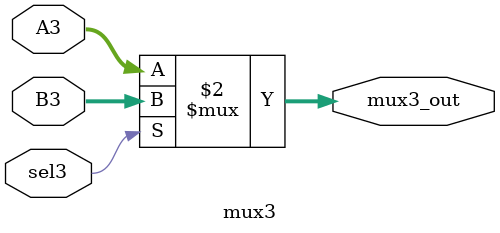
<source format=v>
module mux1(
      input sel1,
      input [31:0]A1,B1,
      output [31:0]mux1_out);
assign mux1_out = (sel1==1'b0) ? A1:B1;
endmodule
////// MUX 2 ///////
module mux2(
      input sel2,
      input [31:0]A2,B2,
      output [31:0]mux2_out);
assign mux2_out = (sel2==1'b0) ? A2:B2;
endmodule
///////// MUX 3////////
module mux3(
      input sel3,
      input [31:0]A3,B3,
      output [31:0]mux3_out);
assign mux3_out = (sel3==1'b0) ? A3:B3;
endmodule



</source>
